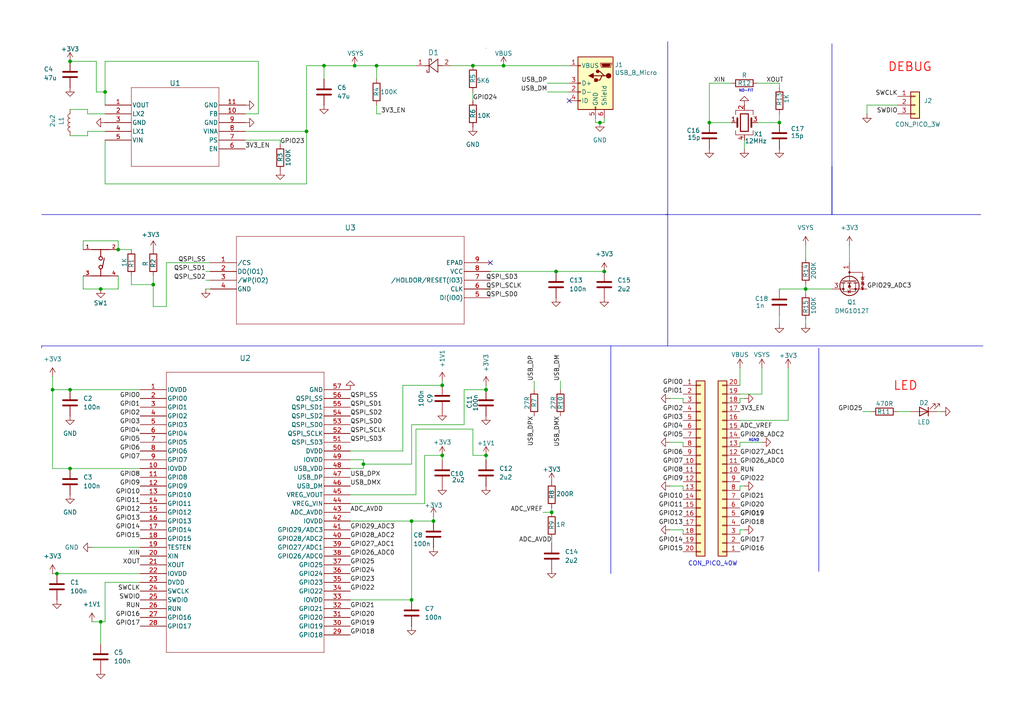
<source format=kicad_sch>
(kicad_sch (version 20250114) (generator "eeschema") (generator_version "9.0")
  (paper "A4")
  (title_block (title "PICO BOARD v2") (date "2025-02-10") (rev "V2.0") (company "Akash Sridhar"))
  (text "LED" (at 262.636 112.014 0) (effects (font (size 2.54 2.54) (thickness 0.254) (bold yes))))
  (text "CON_PICO_40W\n" (at 206.756 163.576 0) (effects (font (size 1.27 1.27))))
  (text "AGND\n" (at 218.694 127.762 0) (effects (font (size 0.762 0.762))))
  (text "DEBUG\n" (at 263.906 19.558 0) (effects (font (size 2.54 2.54) (thickness 0.254) (bold yes))))
  (text "NO-FIT" (at 216.408 26.416 0) (effects (font (size 0.762 0.762))))
  (junction (at 93.98 19.05))
  (junction (at 128.27 132.08))
  (junction (at 173.99 35.56))
  (junction (at 88.9 38.1))
  (junction (at 140.97 113.03))
  (junction (at 119.38 151.13))
  (junction (at 175.26 78.74))
  (junction (at 119.38 173.99))
  (junction (at 16.51 166.37))
  (junction (at 29.21 83.82))
  (junction (at 44.45 82.55))
  (junction (at 140.97 132.08))
  (junction (at 20.32 135.89))
  (junction (at 20.32 113.03))
  (junction (at 146.05 19.05))
  (junction (at 226.06 35.56))
  (junction (at 15.24 113.03))
  (junction (at 20.32 17.78))
  (junction (at 29.21 180.34))
  (junction (at 34.29 72.39))
  (junction (at 137.16 19.05))
  (junction (at 30.48 26.67))
  (junction (at 128.27 111.76))
  (junction (at 105.41 134.62))
  (junction (at 102.87 19.05))
  (junction (at 161.29 78.74))
  (junction (at 125.73 151.13))
  (junction (at 205.74 35.56))
  (junction (at 233.68 83.82))
  (junction (at 160.02 148.59))
  (junction (at 109.22 19.05))
  (no_connect (at 165.1 29.21))
  (no_connect (at 142.24 76.2))
  (wire (pts (xy 137.16 124.46) (xy 137.16 132.08)))
  (wire (pts (xy 233.68 83.82) (xy 241.3 83.82)))
  (wire (pts (xy 119.38 151.13) (xy 125.73 151.13)))
  (wire (pts (xy 119.38 123.19) (xy 134.62 123.19)))
  (wire (pts (xy 123.19 132.08) (xy 128.27 132.08)))
  (wire (pts (xy 48.26 88.9) (xy 48.26 76.2)))
  (wire (pts (xy 251.46 30.48) (xy 260.35 30.48)))
  (wire (pts (xy 38.1 80.01) (xy 38.1 82.55)))
  (polyline (pts (xy 241.3 12.7) (xy 241.3 62.23)))
  (wire (pts (xy 16.51 166.37) (xy 40.64 166.37)))
  (wire (pts (xy 44.45 88.9) (xy 48.26 88.9)))
  (polyline (pts (xy 241.3 62.23) (xy 241.3 48.26)))
  (wire (pts (xy 71.12 40.64) (xy 81.28 40.64)))
  (wire (pts (xy 26.67 158.75) (xy 40.64 158.75)))
  (wire (pts (xy 30.48 33.02) (xy 25.4 33.02)))
  (wire (pts (xy 260.35 119.38) (xy 264.16 119.38)))
  (wire (pts (xy 25.4 39.37) (xy 25.4 38.1)))
  (wire (pts (xy 30.48 40.64) (xy 30.48 53.34)))
  (wire (pts (xy 101.6 133.35) (xy 105.41 133.35)))
  (wire (pts (xy 175.26 35.56) (xy 173.99 35.56)))
  (wire (pts (xy 140.97 111.76) (xy 140.97 113.03)))
  (wire (pts (xy 205.74 35.56) (xy 212.09 35.56)))
  (wire (pts (xy 15.24 109.22) (xy 15.24 113.03)))
  (wire (pts (xy 102.87 19.05) (xy 109.22 19.05)))
  (wire (pts (xy 120.65 143.51) (xy 120.65 124.46)))
  (wire (pts (xy 44.45 82.55) (xy 44.45 88.9)))
  (wire (pts (xy 38.1 72.39) (xy 34.29 72.39)))
  (wire (pts (xy 128.27 111.76) (xy 128.27 110.49)))
  (wire (pts (xy 154.94 113.03) (xy 154.94 110.49)))
  (wire (pts (xy 27.94 17.78) (xy 27.94 26.67)))
  (wire (pts (xy 25.4 38.1) (xy 30.48 38.1)))
  (wire (pts (xy 214.63 142.24) (xy 214.63 140.97)))
  (wire (pts (xy 44.45 80.01) (xy 44.45 82.55)))
  (wire (pts (xy 214.63 115.57) (xy 215.9 115.57)))
  (wire (pts (xy 71.12 33.02) (xy 74.93 33.02)))
  (wire (pts (xy 228.6 106.68) (xy 228.6 121.92)))
  (wire (pts (xy 226.06 24.13) (xy 219.71 24.13)))
  (wire (pts (xy 125.73 151.13) (xy 125.73 149.86)))
  (wire (pts (xy 194.31 140.97) (xy 198.12 140.97)))
  (wire (pts (xy 48.26 76.2) (xy 60.96 76.2)))
  (wire (pts (xy 172.72 35.56) (xy 173.99 35.56)))
  (wire (pts (xy 119.38 134.62) (xy 119.38 123.19)))
  (wire (pts (xy 142.24 83.82) (xy 140.97 83.82)))
  (wire (pts (xy 220.98 106.68) (xy 220.98 114.3)))
  (wire (pts (xy 250.19 119.38) (xy 252.73 119.38)))
  (wire (pts (xy 214.63 129.54) (xy 214.63 128.27)))
  (wire (pts (xy 214.63 153.67) (xy 215.9 153.67)))
  (wire (pts (xy 198.12 115.57) (xy 194.31 115.57)))
  (wire (pts (xy 130.81 19.05) (xy 137.16 19.05)))
  (wire (pts (xy 214.63 154.94) (xy 214.63 153.67)))
  (wire (pts (xy 142.24 81.28) (xy 140.97 81.28)))
  (wire (pts (xy 74.93 17.78) (xy 30.48 17.78)))
  (wire (pts (xy 93.98 22.86) (xy 93.98 19.05)))
  (wire (pts (xy 20.32 39.37) (xy 25.4 39.37)))
  (wire (pts (xy 40.64 135.89) (xy 20.32 135.89)))
  (wire (pts (xy 146.05 19.05) (xy 165.1 19.05)))
  (wire (pts (xy 60.96 83.82) (xy 59.69 83.82)))
  (wire (pts (xy 88.9 38.1) (xy 88.9 19.05)))
  (wire (pts (xy 205.74 24.13) (xy 212.09 24.13)))
  (wire (pts (xy 26.67 180.34) (xy 29.21 180.34)))
  (wire (pts (xy 30.48 168.91) (xy 30.48 180.34)))
  (wire (pts (xy 233.68 82.55) (xy 233.68 83.82)))
  (wire (pts (xy 271.78 119.38) (xy 273.05 119.38)))
  (polyline (pts (xy 12.065 100.33) (xy 12.065 100.965)))
  (wire (pts (xy 25.4 31.75) (xy 25.4 33.02)))
  (wire (pts (xy 128.27 132.08) (xy 128.27 133.35)))
  (wire (pts (xy 15.24 113.03) (xy 20.32 113.03)))
  (wire (pts (xy 214.63 116.84) (xy 214.63 115.57)))
  (wire (pts (xy 20.32 31.75) (xy 25.4 31.75)))
  (wire (pts (xy 101.6 130.81) (xy 116.84 130.81)))
  (wire (pts (xy 116.84 111.76) (xy 128.27 111.76)))
  (wire (pts (xy 214.63 128.27) (xy 220.98 128.27)))
  (wire (pts (xy 24.13 69.85) (xy 34.29 69.85)))
  (wire (pts (xy 27.94 17.78) (xy 20.32 17.78)))
  (wire (pts (xy 109.22 19.05) (xy 120.65 19.05)))
  (wire (pts (xy 15.24 135.89) (xy 15.24 113.03)))
  (polyline (pts (xy 241.3 62.23) (xy 193.04 62.23)))
  (wire (pts (xy 140.97 132.08) (xy 140.97 133.35)))
  (wire (pts (xy 160.02 147.32) (xy 160.02 148.59)))
  (wire (pts (xy 29.21 180.34) (xy 29.21 186.69)))
  (polyline (pts (xy 241.3 62.23) (xy 284.48 62.23)))
  (wire (pts (xy 157.48 148.59) (xy 160.02 148.59)))
  (wire (pts (xy 105.41 134.62) (xy 105.41 133.35)))
  (wire (pts (xy 175.26 34.29) (xy 175.26 35.56)))
  (wire (pts (xy 172.72 34.29) (xy 172.72 35.56)))
  (wire (pts (xy 219.71 35.56) (xy 226.06 35.56)))
  (wire (pts (xy 74.93 33.02) (xy 74.93 17.78)))
  (wire (pts (xy 81.28 40.64) (xy 81.28 41.91)))
  (polyline (pts (xy 237.49 100.965) (xy 237.49 165.735)))
  (wire (pts (xy 105.41 134.62) (xy 119.38 134.62)))
  (wire (pts (xy 226.06 83.82) (xy 233.68 83.82)))
  (wire (pts (xy 27.94 26.67) (xy 30.48 26.67)))
  (wire (pts (xy 88.9 38.1) (xy 88.9 53.34)))
  (wire (pts (xy 214.63 114.3) (xy 220.98 114.3)))
  (wire (pts (xy 226.06 91.44) (xy 226.06 93.98)))
  (polyline (pts (xy 193.675 61.595) (xy 193.675 100.33)))
  (wire (pts (xy 226.06 25.4) (xy 226.06 24.13)))
  (wire (pts (xy 101.6 135.89) (xy 105.41 135.89)))
  (wire (pts (xy 215.9 43.18) (xy 215.9 40.64)))
  (wire (pts (xy 233.68 92.71) (xy 233.68 93.98)))
  (wire (pts (xy 214.63 106.68) (xy 214.63 111.76)))
  (wire (pts (xy 134.62 123.19) (xy 134.62 113.03)))
  (wire (pts (xy 29.21 180.34) (xy 30.48 180.34)))
  (wire (pts (xy 162.56 113.03) (xy 162.56 110.49)))
  (wire (pts (xy 246.38 71.12) (xy 246.38 76.2)))
  (wire (pts (xy 93.98 19.05) (xy 102.87 19.05)))
  (wire (pts (xy 251.46 33.02) (xy 251.46 30.48)))
  (wire (pts (xy 233.68 83.82) (xy 233.68 85.09)))
  (wire (pts (xy 105.41 135.89) (xy 105.41 134.62)))
  (wire (pts (xy 198.12 153.67) (xy 198.12 154.94)))
  (wire (pts (xy 34.29 69.85) (xy 34.29 72.39)))
  (wire (pts (xy 101.6 146.05) (xy 123.19 146.05)))
  (polyline (pts (xy 193.675 100.33) (xy 12.065 100.33)))
  (wire (pts (xy 205.74 24.13) (xy 205.74 35.56)))
  (wire (pts (xy 119.38 151.13) (xy 119.38 173.99)))
  (wire (pts (xy 20.32 113.03) (xy 40.64 113.03)))
  (wire (pts (xy 30.48 53.34) (xy 88.9 53.34)))
  (wire (pts (xy 134.62 113.03) (xy 140.97 113.03)))
  (wire (pts (xy 160.02 156.21) (xy 160.02 157.48)))
  (wire (pts (xy 194.31 153.67) (xy 198.12 153.67)))
  (wire (pts (xy 24.13 72.39) (xy 24.13 69.85)))
  (wire (pts (xy 158.75 26.67) (xy 165.1 26.67)))
  (wire (pts (xy 198.12 140.97) (xy 198.12 142.24)))
  (wire (pts (xy 34.29 80.01) (xy 34.29 83.82)))
  (wire (pts (xy 158.75 24.13) (xy 165.1 24.13)))
  (wire (pts (xy 116.84 130.81) (xy 116.84 111.76)))
  (wire (pts (xy 101.6 143.51) (xy 120.65 143.51)))
  (wire (pts (xy 71.12 38.1) (xy 88.9 38.1)))
  (polyline (pts (xy 12.065 62.23) (xy 193.675 62.23)))
  (wire (pts (xy 109.22 22.86) (xy 109.22 19.05)))
  (wire (pts (xy 142.24 78.74) (xy 161.29 78.74)))
  (wire (pts (xy 109.22 33.02) (xy 110.49 33.02)))
  (wire (pts (xy 194.31 128.27) (xy 198.12 128.27)))
  (polyline (pts (xy 140.97 13.97) (xy 140.97 13.97)))
  (wire (pts (xy 30.48 168.91) (xy 40.64 168.91)))
  (wire (pts (xy 60.96 81.28) (xy 59.69 81.28)))
  (wire (pts (xy 214.63 140.97) (xy 215.9 140.97)))
  (wire (pts (xy 20.32 135.89) (xy 15.24 135.89)))
  (wire (pts (xy 24.13 83.82) (xy 24.13 80.01)))
  (polyline (pts (xy 177.165 100.33) (xy 177.165 166.37)))
  (wire (pts (xy 198.12 128.27) (xy 198.12 129.54)))
  (wire (pts (xy 233.68 71.12) (xy 233.68 74.93)))
  (polyline (pts (xy 193.675 12.065) (xy 193.675 62.23)))
  (wire (pts (xy 142.24 86.36) (xy 140.97 86.36)))
  (wire (pts (xy 137.16 19.05) (xy 146.05 19.05)))
  (wire (pts (xy 44.45 82.55) (xy 38.1 82.55)))
  (wire (pts (xy 30.48 26.67) (xy 30.48 30.48)))
  (wire (pts (xy 198.12 116.84) (xy 198.12 115.57)))
  (wire (pts (xy 226.06 33.02) (xy 226.06 35.56)))
  (wire (pts (xy 88.9 19.05) (xy 93.98 19.05)))
  (wire (pts (xy 101.6 151.13) (xy 119.38 151.13)))
  (wire (pts (xy 60.96 78.74) (xy 59.69 78.74)))
  (polyline (pts (xy 193.675 100.33) (xy 285.115 100.33)))
  (wire (pts (xy 30.48 17.78) (xy 30.48 26.67)))
  (wire (pts (xy 228.6 121.92) (xy 214.63 121.92)))
  (wire (pts (xy 120.65 124.46) (xy 137.16 124.46)))
  (wire (pts (xy 123.19 146.05) (xy 123.19 132.08)))
  (wire (pts (xy 34.29 83.82) (xy 29.21 83.82)))
  (wire (pts (xy 161.29 78.74) (xy 175.26 78.74)))
  (wire (pts (xy 109.22 33.02) (xy 109.22 30.48)))
  (wire (pts (xy 29.21 83.82) (xy 24.13 83.82)))
  (wire (pts (xy 15.24 166.37) (xy 16.51 166.37)))
  (wire (pts (xy 137.16 26.67) (xy 137.16 29.21)))
  (wire (pts (xy 101.6 173.99) (xy 119.38 173.99)))
  (wire (pts (xy 137.16 132.08) (xy 140.97 132.08)))
  (label "USB_DP" (at 158.75 24.13 180))
  (label "3V3_EN" (at 110.49 33.02 0))
  (label "GPIO7" (at 198.12 134.62 180))
  (label "ADC_AVDD" (at 101.6 148.59 0))
  (label "GPIO24" (at 137.16 29.21 0))
  (label "QSPI_SS" (at 59.69 76.2 180))
  (label "GPIO22" (at 214.63 139.7 0))
  (label "RUN" (at 40.64 176.53 180))
  (label "GPIO12" (at 198.12 149.86 180))
  (label "GPIO29_ADC3" (at 251.46 83.82 0))
  (label "GPIO10" (at 198.12 144.78 180))
  (label "USB_DM" (at 158.75 26.67 180))
  (label "GPIO27_ADC1" (at 214.63 132.08 0))
  (label "QSPI_SD0" (at 101.6 123.19 0))
  (label "GPIO4" (at 198.12 124.46 180))
  (label "3V3_EN" (at 214.63 119.38 0))
  (label "GPIO28_ADC2" (at 214.63 127 0))
  (label "GPIO17" (at 214.63 157.48 0))
  (label "USB_DPX" (at 154.94 120.65 270))
  (label "USB_DMX" (at 162.56 120.65 270))
  (label "GPIO19" (at 214.63 149.86 0))
  (label "GPIO5" (at 40.64 128.27 180))
  (label "GPIO25" (at 250.19 119.38 180))
  (label "QSPI_SD2" (at 101.6 120.65 0))
  (label "SWDIO" (at 260.35 33.02 180))
  (label "GPIO20" (at 101.6 179.07 0))
  (label "GPIO21" (at 101.6 176.53 0))
  (label "GPIO16" (at 40.64 179.07 180))
  (label "QSPI_SD1" (at 59.69 78.74 180))
  (label "RUN" (at 214.63 137.16 0))
  (label "GPIO26_ADC0" (at 214.63 134.62 0))
  (label "USB_DP" (at 154.94 110.49 90))
  (label "GPIO13" (at 40.64 151.13 180))
  (label "XIN" (at 207.01 24.13 0))
  (label "XIN" (at 40.64 161.29 180))
  (label "GPIO15" (at 198.12 160.02 180))
  (label "GPIO23" (at 81.28 41.91 0))
  (label "GPIO18" (at 214.63 152.4 0))
  (label "USB_DMX" (at 101.6 140.97 0))
  (label "XOUT" (at 40.64 163.83 180))
  (label "SWCLK" (at 40.64 171.45 180))
  (label "SWDIO" (at 40.64 173.99 180))
  (label "GPIO25" (at 101.6 163.83 0))
  (label "USB_DPX" (at 101.6 138.43 0))
  (label "GPIO19" (at 101.6 181.61 0))
  (label "QSPI_SD3" (at 101.6 128.27 0))
  (label "QSPI_SD0" (at 140.97 86.36 0))
  (label "GPIO17" (at 40.64 181.61 180))
  (label "GPIO14" (at 198.12 157.48 180))
  (label "GPIO5" (at 198.12 127 180))
  (label "GPIO0" (at 40.64 115.57 180))
  (label "GPIO6" (at 40.64 130.81 180))
  (label "GPIO7" (at 40.64 133.35 180))
  (label "GPIO23" (at 101.6 168.91 0))
  (label "GPIO22" (at 101.6 171.45 0))
  (label "GPIO3" (at 198.12 121.92 180))
  (label "GPIO11" (at 40.64 146.05 180))
  (label "ADC_VREF" (at 157.48 148.59 180))
  (label "GPIO8" (at 40.64 138.43 180))
  (label "USB_DM" (at 162.56 110.49 90))
  (label "GPIO0" (at 198.12 111.76 180))
  (label "GPIO15" (at 40.64 156.21 180))
  (label "GPIO27_ADC1" (at 101.6 158.75 0))
  (label "GPIO24" (at 101.6 166.37 0))
  (label "GPIO2" (at 40.64 120.65 180))
  (label "GPIO10" (at 40.64 143.51 180))
  (label "SWCLK" (at 260.35 27.94 180))
  (label "GPIO12" (at 40.64 148.59 180))
  (label "ADC_AVDD" (at 160.02 157.48 180))
  (label "GPIO29_ADC3" (at 101.6 153.67 0))
  (label "QSPI_SCLK" (at 101.6 125.73 0))
  (label "GPIO18" (at 101.6 184.15 0))
  (label "GPIO9" (at 40.64 140.97 180))
  (label "QSPI_SS" (at 101.6 115.57 0))
  (label "QSPI_SD3" (at 140.97 81.28 0))
  (label "GPIO26_ADC0" (at 101.6 161.29 0))
  (label "QSPI_SD2" (at 59.69 81.28 180))
  (label "GPIO13" (at 198.12 152.4 180))
  (label "GPIO1" (at 198.12 114.3 180))
  (label "GPIO19" (at 214.63 149.86 0))
  (label "GPIO14" (at 40.64 153.67 180))
  (label "3V3_EN" (at 71.12 43.18 0))
  (label "GPIO2" (at 198.12 119.38 180))
  (label "GPIO8" (at 198.12 137.16 180))
  (label "GPIO16" (at 214.63 160.02 0))
  (label "QSPI_SD1" (at 101.6 118.11 0))
  (label "ADC_VREF" (at 214.63 124.46 0))
  (label "GPIO1" (at 40.64 118.11 180))
  (label "GPIO4" (at 40.64 125.73 180))
  (label "GPIO20" (at 214.63 147.32 0))
  (label "GPIO21" (at 214.63 144.78 0))
  (label "XOUT" (at 222.25 24.13 0))
  (label "GPIO9" (at 198.12 139.7 180))
  (label "GPIO11" (at 198.12 147.32 180))
  (label "GPIO6" (at 198.12 132.08 180))
  (label "GPIO28_ADC2" (at 101.6 156.21 0))
  (label "GPIO3" (at 40.64 123.19 180))
  (label "QSPI_SCLK" (at 140.97 83.82 0))
  (symbol (lib_id "Device:C") (at 16.51 170.18 0) (unit 1)
    (property "Reference" "C1" (at 20.32 168.9099 0) (effects (justify left)))
    (property "Value" "100n" (at 20.32 171.4499 0) (effects (justify left)))
    (property "Footprint" "Capacitor_SMD:C_0201_0603Metric" (effects (hide yes)))
    (property "Description" "Unpolarized capacitor" (effects (hide yes)))
    (property "Digikey Part#" "CL03A104KQ3NNNC" (effects (hide yes)))
    (property "Digikey URL" "https://www.digikey.in/en/products/detail/samsung-electro-mechanics/CL03A104KQ3NNNC/3886671" (effects (hide yes)))
  )
  (symbol (lib_id "Device:C") (at 140.97 137.16 0) (unit 1)
    (property "Reference" "C12" (at 144.78 135.8899 0) (effects (justify left)))
    (property "Value" "2u2" (at 144.78 138.4299 0) (effects (justify left)))
    (property "Footprint" "Capacitor_SMD:C_0402_1005Metric" (effects (hide yes)))
    (property "Description" "Unpolarized capacitor" (effects (hide yes)))
    (property "Digikey Part#" "CL05A225MQ5NNNC" (effects (hide yes)))
    (property "Digikey URL" "https://www.digikey.in/en/products/detail/samsung-electro-mechanics/CL05A225MQ5NNNC/3887127" (effects (hide yes)))
  )
  (symbol (lib_id "Device:R") (at 160.02 143.51 0) (unit 1)
    (property "Reference" "R8" (at 160.02 144.78 90) (effects (justify left)))
    (property "Value" "200R" (at 161.29 143.256 0) (effects (justify left)))
    (property "Footprint" "Resistor_SMD:R_0603_1608Metric" (effects (hide yes)))
    (property "Description" "Resistor" (effects (hide yes)))
    (property "Digikey Part#" "CRCW0603200RFKEAC" (effects (hide yes)))
    (property "Digikey URL" "https://www.digikey.in/en/products/detail/vishay-dale/CRCW0603200RFKEAC/7928457" (effects (hide yes)))
  )
  (symbol (lib_id "power:GND") (at 194.31 140.97 270) (unit 1)
    (property "Reference" "#PWR048" (effects (hide yes)))
    (property "Value" "GND" (effects (hide yes)))
    (property "Description" "Power symbol creates a global label with name \"GND\" , ground" (effects (hide yes)))
  )
  (symbol (lib_id "power:GND") (at 160.02 165.1 0) (unit 1)
    (property "Reference" "#PWR035" (effects (hide yes)))
    (property "Value" "GND" (effects (hide yes)))
    (property "Description" "Power symbol creates a global label with name \"GND\" , ground" (effects (hide yes)))
  )
  (symbol (lib_id "Transistor_FET:DMG1012T") (at 246.38 81.28 90) (mirror x) (unit 1)
    (property "Reference" "Q1" (at 247.0785 87.63 90))
    (property "Value" "DMG1012T" (at 247.0785 90.17 90))
    (property "Footprint" "Package_TO_SOT_SMD:SOT-523" (effects (hide yes)))
    (property "Datasheet" "https://www.diodes.com/assets/Datasheets/ds31783.pdf" (effects (hide yes)))
    (property "Description" "20V Vds, 0.63 Id, N-Channel MOSFET with ESD protection, SOT-523" (effects (hide yes)))
    (property "Digikey Part#" "DMG1012T-7" (effects (hide yes)))
    (property "Digikey URL" "https://www.digikey.in/en/products/detail/diodes-incorporated/DMG1012T-7/2174582" (effects (hide yes)))
  )
  (symbol (lib_id "power:GND") (at 215.9 30.48 180) (unit 1)
    (property "Reference" "#PWR041" (effects (hide yes)))
    (property "Value" "GND" (effects (hide yes)))
    (property "Description" "Power symbol creates a global label with name \"GND\" , ground" (effects (hide yes)))
  )
  (symbol (lib_id "power:GND") (at 81.28 49.53 0) (unit 1)
    (property "Reference" "#PWR016" (effects (hide yes)))
    (property "Value" "GND" (effects (hide yes)))
    (property "Description" "Power symbol creates a global label with name \"GND\" , ground" (effects (hide yes)))
  )
  (symbol (lib_id "power:GND") (at 29.21 83.82 0) (unit 1)
    (property "Reference" "#PWR06" (effects (hide yes)))
    (property "Value" "GND" (effects (hide yes)))
    (property "Description" "Power symbol creates a global label with name \"GND\" , ground" (effects (hide yes)))
  )
  (symbol (lib_id "power:GND") (at 140.97 140.97 0) (unit 1)
    (property "Reference" "#PWR031" (effects (hide yes)))
    (property "Value" "GND" (effects (hide yes)))
    (property "Description" "Power symbol creates a global label with name \"GND\" , ground" (effects (hide yes)))
  )
  (symbol (lib_id "power:GND") (at 30.48 35.56 270) (unit 1)
    (property "Reference" "#PWR012" (effects (hide yes)))
    (property "Value" "GND" (effects (hide yes)))
    (property "Description" "Power symbol creates a global label with name \"GND\" , ground" (effects (hide yes)))
  )
  (symbol (lib_id "power:GND") (at 20.32 120.65 0) (unit 1)
    (property "Reference" "#PWR04" (effects (hide yes)))
    (property "Value" "GND" (at 20.32 125.73 0))
    (property "Description" "Power symbol creates a global label with name \"GND\" , ground" (effects (hide yes)))
  )
  (symbol (lib_id "Device:C") (at 125.73 154.94 0) (unit 1)
    (property "Reference" "C8" (at 119.888 155.194 0) (effects (justify left)))
    (property "Value" "100n" (at 119.888 157.734 0) (effects (justify left)))
    (property "Footprint" "Capacitor_SMD:C_0201_0603Metric" (effects (hide yes)))
    (property "Description" "Unpolarized capacitor" (effects (hide yes)))
    (property "Digikey Part#" "CL03A104KQ3NNNC" (effects (hide yes)))
    (property "Digikey URL" "https://www.digikey.in/en/products/detail/samsung-electro-mechanics/CL03A104KQ3NNNC/3886671" (effects (hide yes)))
  )
  (symbol (lib_id "power:GND") (at 71.12 35.56 90) (unit 1)
    (property "Reference" "#PWR015" (effects (hide yes)))
    (property "Value" "GND" (effects (hide yes)))
    (property "Description" "Power symbol creates a global label with name \"GND\" , ground" (effects (hide yes)))
  )
  (symbol (lib_id "power:GND") (at 128.27 119.38 0) (unit 1)
    (property "Reference" "#PWR024" (effects (hide yes)))
    (property "Value" "GND" (effects (hide yes)))
    (property "Description" "Power symbol creates a global label with name \"GND\" , ground" (effects (hide yes)))
  )
  (symbol (lib_id "power:GND") (at 59.69 83.82 0) (unit 1)
    (property "Reference" "#PWR014" (effects (hide yes)))
    (property "Value" "GND" (effects (hide yes)))
    (property "Description" "Power symbol creates a global label with name \"GND\" , ground" (effects (hide yes)))
  )
  (symbol (lib_id "power:GND") (at 140.97 120.65 0) (unit 1)
    (property "Reference" "#PWR029" (effects (hide yes)))
    (property "Value" "GND" (effects (hide yes)))
    (property "Description" "Power symbol creates a global label with name \"GND\" , ground" (effects (hide yes)))
  )
  (symbol (lib_id "Device:C") (at 205.74 39.37 0) (unit 1)
    (property "Reference" "C16" (at 199.136 37.846 0) (effects (justify left)))
    (property "Value" "15p" (at 199.39 39.878 0) (effects (justify left)))
    (property "Footprint" "Capacitor_SMD:C_0201_0603Metric" (effects (hide yes)))
    (property "Description" "Unpolarized capacitor" (effects (hide yes)))
    (property "Digikey Part#" "GRM0335C1E150JA01D" (effects (hide yes)))
    (property "Digikey URL" "https://www.digikey.in/en/products/detail/murata-electronics/GRM0335C1E150JA01D/4358179" (effects (hide yes)))
  )
  (symbol (lib_id "power:+3V3") (at 160.02 139.7 0) (unit 1)
    (property "Reference" "#PWR034" (effects (hide yes)))
    (property "Value" "+3V3" (at 160.02 136.144 0))
    (property "Description" "Power symbol creates a global label with name \"+3V3\"" (effects (hide yes)))
  )
  (symbol (lib_id "myLibrary:434133025816") (at 29.21 77.47 0) (mirror y) (unit 1)
    (property "Reference" "SW1" (at 29.21 87.884 0))
    (property "Value" "434133025816" (effects (hide yes)))
    (property "Footprint" "myLibrary:434133025816" (effects (hide yes)))
    (property "HEIGHT" "2.5mm" (effects (hide yes)))
    (property "DATASHEET-URL" "https://www.we-online.com/redexpert/spec/434133025816?ae" (effects (hide yes)))
    (property "PART-NUMBER" "434133025816" (effects (hide yes)))
    (property "OPERATION-FORCE" "160g" (effects (hide yes)))
    (property "QTY" "2900" (effects (hide yes)))
    (property "Digikey Part#" "434133025816" (effects (hide yes)))
    (property "Digikey URL" "https://www.digikey.in/en/products/detail/w%C3%BCrth-elektronik/434133025816/9950810" (effects (hide yes)))
  )
  (symbol (lib_id "power:GND") (at 205.74 43.18 0) (unit 1)
    (property "Reference" "#PWR039" (effects (hide yes)))
    (property "Value" "GND" (effects (hide yes)))
    (property "Description" "Power symbol creates a global label with name \"GND\" , ground" (effects (hide yes)))
  )
  (symbol (lib_id "power:VBUS") (at 102.87 19.05 0) (unit 1)
    (property "Reference" "#PWR019" (effects (hide yes)))
    (property "Value" "VSYS" (at 103.124 15.494 0))
    (property "Description" "Power symbol creates a global label with name \"VBUS\"" (effects (hide yes)))
  )
  (symbol (lib_id "power:+3V3") (at 140.97 111.76 0) (unit 1)
    (property "Reference" "#PWR028" (effects (hide yes)))
    (property "Value" "+3V3" (at 140.9699 107.95 90) (effects (justify left)))
    (property "Description" "Power symbol creates a global label with name \"+3V3\"" (effects (hide yes)))
  )
  (symbol (lib_id "power:+3V3") (at 228.6 106.68 0) (unit 1)
    (property "Reference" "#PWR059" (effects (hide yes)))
    (property "Value" "+3V3" (at 228.6 103.124 0))
    (property "Description" "Power symbol creates a global label with name \"+3V3\"" (effects (hide yes)))
  )
  (symbol (lib_id "Device:R") (at 162.56 116.84 180) (unit 1)
    (property "Reference" "R10" (at 162.56 116.84 90))
    (property "Value" "27R" (at 160.528 116.84 90))
    (property "Footprint" "Resistor_SMD:R_0201_0603Metric" (effects (hide yes)))
    (property "Description" "Resistor" (effects (hide yes)))
    (property "Digikey Part#" "RK73H1ETTP27R0F" (effects (hide yes)))
    (property "Digikey URL" "http://digikey.in/en/products/detail/koa-speer-electronics-inc/RK73H1ETTP27R0F/9844533" (effects (hide yes)))
  )
  (symbol (lib_id "Device:C") (at 226.06 87.63 0) (unit 1)
    (property "Reference" "C18" (at 218.948 86.614 0) (effects (justify left)))
    (property "Value" "1n" (at 219.202 88.646 0) (effects (justify left)))
    (property "Footprint" "Capacitor_SMD:C_0201_0603Metric" (effects (hide yes)))
    (property "Description" "Unpolarized capacitor" (effects (hide yes)))
    (property "Digikey Part#" "KGM05AR70J102MH" (effects (hide yes)))
    (property "Digikey URL" "https://www.digikey.in/en/products/detail/kyocera-avx/KGM05AR70J102MH/3080047" (effects (hide yes)))
  )
  (symbol (lib_id "power:GND") (at 16.51 173.99 0) (unit 1)
    (property "Reference" "#PWR03" (effects (hide yes)))
    (property "Value" "GND" (effects (hide yes)))
    (property "Description" "Power symbol creates a global label with name \"GND\" , ground" (effects (hide yes)))
  )
  (symbol (lib_id "power:+3V3") (at 128.27 132.08 0) (unit 1)
    (property "Reference" "#PWR025" (effects (hide yes)))
    (property "Value" "+3V3" (at 128.27 128.27 0))
    (property "Description" "Power symbol creates a global label with name \"+3V3\"" (effects (hide yes)))
  )
  (symbol (lib_id "power:GND") (at 101.6 113.03 180) (unit 1)
    (property "Reference" "#PWR018" (effects (hide yes)))
    (property "Value" "GND" (effects (hide yes)))
    (property "Description" "Power symbol creates a global label with name \"GND\" , ground" (effects (hide yes)))
  )
  (symbol (lib_id "power:GND") (at 93.98 30.48 0) (unit 1)
    (property "Reference" "#PWR017" (effects (hide yes)))
    (property "Value" "GND" (effects (hide yes)))
    (property "Description" "Power symbol creates a global label with name \"GND\" , ground" (effects (hide yes)))
  )
  (symbol (lib_id "Device:C") (at 128.27 137.16 0) (unit 1)
    (property "Reference" "C10" (at 130.556 137.414 0) (effects (justify left)))
    (property "Value" "2u2" (at 131.064 139.192 0) (effects (justify left)))
    (property "Footprint" "Capacitor_SMD:C_0402_1005Metric" (effects (hide yes)))
    (property "Description" "Unpolarized capacitor" (effects (hide yes)))
    (property "Digikey Part#" "CL05A225MQ5NNNC" (effects (hide yes)))
    (property "Digikey URL" "https://www.digikey.in/en/products/detail/samsung-electro-mechanics/CL05A225MQ5NNNC/3887127" (effects (hide yes)))
  )
  (symbol (lib_id "Device:R") (at 226.06 29.21 180) (unit 1)
    (property "Reference" "R13" (at 226.06 30.734 90) (effects (justify right)))
    (property "Value" "1K" (at 228.092 29.972 90) (effects (justify right)))
    (property "Footprint" "Resistor_SMD:R_0402_1005Metric" (effects (hide yes)))
    (property "Description" "Resistor" (effects (hide yes)))
    (property "Digikey Part#" "RK73H1ETTP1001F" (effects (hide yes)))
    (property "Digikey URL" "https://www.digikey.in/en/products/detail/koa-speer-electronics-inc/RK73H1ETTP1001F/9844155" (effects (hide yes)))
  )
  (symbol (lib_id "power:+3V3") (at 15.24 166.37 0) (unit 1)
    (property "Reference" "#PWR02" (effects (hide yes)))
    (property "Value" "+3V3" (at 15.24 161.29 0))
    (property "Description" "Power symbol creates a global label with name \"+3V3\"" (effects (hide yes)))
  )
  (symbol (lib_id "power:GND") (at 220.98 128.27 90) (unit 1)
    (property "Reference" "#PWR058" (effects (hide yes)))
    (property "Value" "GND" (effects (hide yes)))
    (property "Description" "Power symbol creates a global label with name \"GND\" , ground" (effects (hide yes)))
  )
  (symbol (lib_id "power:GND") (at 71.12 30.48 90) (unit 1)
    (property "Reference" "#PWR060" (effects (hide yes)))
    (property "Value" "GND" (effects (hide yes)))
    (property "Description" "Power symbol creates a global label with name \"GND\" , ground" (effects (hide yes)))
  )
  (symbol (lib_id "Device:R") (at 137.16 33.02 0) (unit 1)
    (property "Reference" "R6" (at 137.16 34.29 90) (effects (justify left)))
    (property "Value" "10K" (at 138.43 33.528 0) (effects (justify left)))
    (property "Footprint" "Resistor_SMD:R_0402_1005Metric" (effects (hide yes)))
    (property "Description" "Resistor" (effects (hide yes)))
    (property "Digikey Part#" "RK73H1ETTP1002F " (effects (hide yes)))
    (property "Digikey URL" "https://www.digikey.in/en/products/detail/koa-speer-electronics-inc/RK73H1ETTP1002F/9844154" (effects (hide yes)))
  )
  (symbol (lib_id "power:VBUS") (at 233.68 71.12 0) (unit 1)
    (property "Reference" "#PWR050" (effects (hide yes)))
    (property "Value" "VSYS" (at 233.68 66.04 0))
    (property "Description" "Power symbol creates a global label with name \"VBUS\"" (effects (hide yes)))
  )
  (symbol (lib_id "power:+1V1") (at 26.67 180.34 0) (unit 1)
    (property "Reference" "#PWR010" (effects (hide yes)))
    (property "Value" "+1V1" (at 26.67 175.26 0))
    (property "Description" "Power symbol creates a global label with name \"+1V1\"" (effects (hide yes)))
  )
  (symbol (lib_id "power:GND") (at 215.9 153.67 90) (unit 1)
    (property "Reference" "#PWR056" (effects (hide yes)))
    (property "Value" "GND" (effects (hide yes)))
    (property "Description" "Power symbol creates a global label with name \"GND\" , ground" (effects (hide yes)))
  )
  (symbol (lib_id "power:+3V3") (at 20.32 17.78 0) (unit 1)
    (property "Reference" "#PWR07" (effects (hide yes)))
    (property "Value" "+3V3" (at 20.32 14.224 0))
    (property "Description" "Power symbol creates a global label with name \"+3V3\"" (effects (hide yes)))
  )
  (symbol (lib_id "Device:C") (at 93.98 26.67 0) (unit 1)
    (property "Reference" "C6" (at 97.79 25.3999 0) (effects (justify left)))
    (property "Value" "47u" (at 97.79 27.9399 0) (effects (justify left)))
    (property "Footprint" "Capacitor_SMD:C_0805_2012Metric" (effects (hide yes)))
    (property "Description" "Unpolarized capacitor" (effects (hide yes)))
    (property "Digikey Part#" "CL21A476MQYNNNE" (effects (hide yes)))
    (property "Digikey URL" "https://www.digikey.in/en/products/detail/samsung-electro-mechanics/CL21A476MQYNNNE/3887510" (effects (hide yes)))
  )
  (symbol (lib_id "Connector_Generic:Conn_01x03") (at 265.43 30.48 0) (unit 1)
    (property "Reference" "J2" (at 267.97 29.2099 0) (effects (justify left)))
    (property "Value" "CON_PICO_3W" (at 259.588 36.068 0) (effects (justify left)))
    (property "Footprint" "myLibrary:3_pin_connector" (effects (hide yes)))
    (property "Description" "Generic connector, single row, 01x03, script generated (kicad-library-utils/schlib/autogen/connector/)" (effects (hide yes)))
  )
  (symbol (lib_id "Device:LED") (at 267.97 119.38 180) (unit 1)
    (property "Reference" "D2" (at 267.97 116.84 0))
    (property "Value" "LED" (at 267.97 122.428 0))
    (property "Footprint" "LED_SMD:LED_0402_1005Metric" (effects (hide yes)))
    (property "Description" "Light emitting diode" (effects (hide yes)))
    (property "Digikey Part#" "150040GS73240" (effects (hide yes)))
    (property "Digikey URL" "https://www.digikey.in/en/products/detail/w%C3%BCrth-elektronik/150040GS73240/8557155" (effects (hide yes)))
  )
  (symbol (lib_id "Connector_Generic:Conn_01x20") (at 203.2 134.62 0) (unit 1)
    (property "Reference" "J3" (effects (hide yes)))
    (property "Value" "Conn_01x20" (effects (hide yes)))
    (property "Footprint" "myLibrary:part_1_40_pin" (effects (hide yes)))
    (property "Description" "Generic connector, single row, 01x20, script generated (kicad-library-utils/schlib/autogen/connector/)" (effects (hide yes)))
  )
  (symbol (lib_id "power:VBUS") (at 146.05 19.05 0) (unit 1)
    (property "Reference" "#PWR032" (effects (hide yes)))
    (property "Value" "VBUS" (at 146.05 15.494 0))
    (property "Description" "Power symbol creates a global label with name \"VBUS\"" (effects (hide yes)))
  )
  (symbol (lib_id "Connector:USB_B_Micro") (at 172.72 24.13 0) (mirror y) (unit 1)
    (property "Reference" "J1" (at 178.308 18.796 0) (effects (justify right)))
    (property "Value" "USB_B_Micro" (at 178.308 21.082 0) (effects (justify right)))
    (property "Footprint" "Connector_USB:USB_Micro-B_Molex_47346-0001" (effects (hide yes)))
    (property "Description" "USB Micro Type B connector" (effects (hide yes)))
    (property "Digikey Part#" "0473460001" (effects (hide yes)))
    (property "Digikey URL" "https://www.digikey.in/en/products/detail/molex/0473460001/1782470" (effects (hide yes)))
  )
  (symbol (lib_id "Device:C") (at 175.26 82.55 0) (unit 1)
    (property "Reference" "C15" (at 179.07 81.2799 0) (effects (justify left)))
    (property "Value" "2u2" (at 179.07 83.8199 0) (effects (justify left)))
    (property "Footprint" "Capacitor_SMD:C_0402_1005Metric" (effects (hide yes)))
    (property "Description" "Unpolarized capacitor" (effects (hide yes)))
    (property "Digikey Part#" "CL05A225MQ5NNNC" (effects (hide yes)))
    (property "Digikey URL" "https://www.digikey.in/en/products/detail/samsung-electro-mechanics/CL05A225MQ5NNNC/3887127" (effects (hide yes)))
  )
  (symbol (lib_id "power:GND") (at 215.9 43.18 0) (unit 1)
    (property "Reference" "#PWR042" (effects (hide yes)))
    (property "Value" "GND" (effects (hide yes)))
    (property "Description" "Power symbol creates a global label with name \"GND\" , ground" (effects (hide yes)))
  )
  (symbol (lib_id "Device:L") (at 20.32 35.56 180) (unit 1)
    (property "Reference" "L1" (at 17.78 35.052 90))
    (property "Value" "2u2" (at 15.24 35.052 90))
    (property "Footprint" "Inductor_SMD:L_0402_1005Metric" (effects (hide yes)))
    (property "Description" "Inductor" (effects (hide yes)))
    (property "Digikey Part#" "MLZ1005M2R2WT000" (effects (hide yes)))
    (property "Digikey URL" "https://www.digikey.in/en/products/detail/tdk-corporation/MLZ1005M2R2WT000/2465140" (effects (hide yes)))
  )
  (symbol (lib_id "power:GND") (at 26.67 158.75 270) (unit 1)
    (property "Reference" "#PWR09" (effects (hide yes)))
    (property "Value" "GND" (at 22.86 158.7499 90) (effects (justify right)))
    (property "Description" "Power symbol creates a global label with name \"GND\" , ground" (effects (hide yes)))
  )
  (symbol (lib_id "power:+3V3") (at 15.24 109.22 0) (unit 1)
    (property "Reference" "#PWR01" (effects (hide yes)))
    (property "Value" "+3V3" (at 15.24 104.14 0))
    (property "Description" "Power symbol creates a global label with name \"+3V3\"" (effects (hide yes)))
  )
  (symbol (lib_id "Device:R") (at 81.28 45.72 0) (unit 1)
    (property "Reference" "R3" (at 81.28 46.99 90) (effects (justify left)))
    (property "Value" "100K" (at 83.566 48.26 90) (effects (justify left)))
    (property "Footprint" "Resistor_SMD:R_0402_1005Metric" (effects (hide yes)))
    (property "Description" "Resistor" (effects (hide yes)))
    (property "Digikey Part#" "RK73H1ETTP1003F" (effects (hide yes)))
    (property "Digikey URL" "https://www.digikey.in/en/products/detail/koa-speer-electronics-inc/RK73H1ETTP1003F/9844156" (effects (hide yes)))
  )
  (symbol (lib_id "Device:C") (at 161.29 82.55 0) (unit 1)
    (property "Reference" "C13" (at 165.1 81.2799 0) (effects (justify left)))
    (property "Value" "100n" (at 165.1 83.8199 0) (effects (justify left)))
    (property "Footprint" "Capacitor_SMD:C_0201_0603Metric" (effects (hide yes)))
    (property "Description" "Unpolarized capacitor" (effects (hide yes)))
    (property "Digikey Part#" "CL03A104KQ3NNNC" (effects (hide yes)))
    (property "Digikey URL" "https://www.digikey.in/en/products/detail/samsung-electro-mechanics/CL03A104KQ3NNNC/3886671" (effects (hide yes)))
  )
  (symbol (lib_id "power:GND") (at 20.32 25.4 0) (unit 1)
    (property "Reference" "#PWR08" (effects (hide yes)))
    (property "Value" "GND" (effects (hide yes)))
    (property "Description" "Power symbol creates a global label with name \"GND\" , ground" (effects (hide yes)))
  )
  (symbol (lib_id "power:GND") (at 137.16 36.83 0) (unit 1)
    (property "Reference" "#PWR027" (effects (hide yes)))
    (property "Value" "GND" (at 137.16 41.91 0))
    (property "Description" "Power symbol creates a global label with name \"GND\" , ground" (effects (hide yes)))
  )
  (symbol (lib_id "power:GND") (at 125.73 158.75 0) (unit 1)
    (property "Reference" "#PWR022" (effects (hide yes)))
    (property "Value" "GND" (effects (hide yes)))
    (property "Description" "Power symbol creates a global label with name \"GND\" , ground" (effects (hide yes)))
  )
  (symbol (lib_id "Device:C") (at 20.32 139.7 0) (unit 1)
    (property "Reference" "C3" (at 24.13 138.4299 0) (effects (justify left)))
    (property "Value" "100n" (at 24.13 140.9699 0) (effects (justify left)))
    (property "Footprint" "Capacitor_SMD:C_0201_0603Metric" (effects (hide yes)))
    (property "Description" "Unpolarized capacitor" (effects (hide yes)))
    (property "Digikey Part#" "CL03A104KQ3NNNC" (effects (hide yes)))
    (property "Digikey URL" "https://www.digikey.in/en/products/detail/samsung-electro-mechanics/CL03A104KQ3NNNC/3886671" (effects (hide yes)))
  )
  (symbol (lib_id "power:+3V3") (at 44.45 72.39 0) (mirror y) (unit 1)
    (property "Reference" "#PWR013" (effects (hide yes)))
    (property "Value" "+3V3" (at 43.688 68.072 0))
    (property "Description" "Power symbol creates a global label with name \"+3V3\"" (effects (hide yes)))
  )
  (symbol (lib_id "Device:R") (at 109.22 26.67 0) (unit 1)
    (property "Reference" "R4" (at 109.22 27.94 90) (effects (justify left)))
    (property "Value" "100K" (at 110.236 26.67 0) (effects (justify left)))
    (property "Footprint" "Resistor_SMD:R_0402_1005Metric" (effects (hide yes)))
    (property "Description" "Resistor" (effects (hide yes)))
    (property "Digikey Part#" "RK73H1ETTP1003F" (effects (hide yes)))
    (property "Digikey URL" "https://www.digikey.in/en/products/detail/koa-speer-electronics-inc/RK73H1ETTP1003F/9844156" (effects (hide yes)))
  )
  (symbol (lib_id "power:+1V1") (at 128.27 110.49 0) (unit 1)
    (property "Reference" "#PWR023" (effects (hide yes)))
    (property "Value" "+1V1" (at 128.2699 106.68 90) (effects (justify left)))
    (property "Description" "Power symbol creates a global label with name \"+1V1\"" (effects (hide yes)))
  )
  (symbol (lib_id "Device:R") (at 44.45 76.2 0) (mirror y) (unit 1)
    (property "Reference" "R2" (at 44.45 77.724 90) (effects (justify left)))
    (property "Value" "R" (at 42.164 77.216 90) (effects (justify left)))
    (property "Footprint" "Resistor_SMD:R_0402_1005Metric" (effects (hide yes)))
    (property "Description" "Resistor" (effects (hide yes)))
  )
  (symbol (lib_id "Device:R") (at 233.68 88.9 0) (unit 1)
    (property "Reference" "R15" (at 233.68 90.932 90) (effects (justify left)))
    (property "Value" "100K" (at 235.966 91.186 90) (effects (justify left)))
    (property "Footprint" "Resistor_SMD:R_0402_1005Metric" (effects (hide yes)))
    (property "Description" "Resistor" (effects (hide yes)))
    (property "Digikey Part#" "RK73H1ETTP1003F" (effects (hide yes)))
    (property "Digikey URL" "https://www.digikey.in/en/products/detail/koa-speer-electronics-inc/RK73H1ETTP1003F/9844156" (effects (hide yes)))
  )
  (symbol (lib_id "Device:C") (at 29.21 190.5 0) (unit 1)
    (property "Reference" "C5" (at 33.02 189.2299 0) (effects (justify left)))
    (property "Value" "100n" (at 33.02 191.7699 0) (effects (justify left)))
    (property "Footprint" "Capacitor_SMD:C_0201_0603Metric" (effects (hide yes)))
    (property "Description" "Unpolarized capacitor" (effects (hide yes)))
    (property "Digikey Part#" "CL03A104KQ3NNNC" (effects (hide yes)))
    (property "Digikey URL" "https://www.digikey.in/en/products/detail/samsung-electro-mechanics/CL03A104KQ3NNNC/3886671" (effects (hide yes)))
  )
  (symbol (lib_id "power:+3V3") (at 125.73 149.86 0) (unit 1)
    (property "Reference" "#PWR021" (effects (hide yes)))
    (property "Value" "+3V3" (at 125.73 146.558 0))
    (property "Description" "Power symbol creates a global label with name \"+3V3\"" (effects (hide yes)))
  )
  (symbol (lib_id "power:GND") (at 226.06 43.18 0) (unit 1)
    (property "Reference" "#PWR043" (effects (hide yes)))
    (property "Value" "GND" (effects (hide yes)))
    (property "Description" "Power symbol creates a global label with name \"GND\" , ground" (effects (hide yes)))
  )
  (symbol (lib_id "power:GND") (at 119.38 181.61 0) (unit 1)
    (property "Reference" "#PWR020" (effects (hide yes)))
    (property "Value" "GND" (effects (hide yes)))
    (property "Description" "Power symbol creates a global label with name \"GND\" , ground" (effects (hide yes)))
  )
  (symbol (lib_id "power:+3V3") (at 175.26 78.74 0) (unit 1)
    (property "Reference" "#PWR036" (effects (hide yes)))
    (property "Value" "+3V3" (at 175.26 73.66 0))
    (property "Description" "Power symbol creates a global label with name \"+3V3\"" (effects (hide yes)))
  )
  (symbol (lib_id "power:GND") (at 20.32 143.51 0) (unit 1)
    (property "Reference" "#PWR05" (effects (hide yes)))
    (property "Value" "GND" (at 20.32 148.59 0))
    (property "Description" "Power symbol creates a global label with name \"GND\" , ground" (effects (hide yes)))
  )
  (symbol (lib_id "power:VBUS") (at 220.98 106.68 0) (unit 1)
    (property "Reference" "#PWR057" (effects (hide yes)))
    (property "Value" "VSYS" (at 220.98 102.87 0))
    (property "Description" "Power symbol creates a global label with name \"VBUS\"" (effects (hide yes)))
  )
  (symbol (lib_id "power:GND") (at 233.68 93.98 0) (unit 1)
    (property "Reference" "#PWR051" (effects (hide yes)))
    (property "Value" "GND" (effects (hide yes)))
    (property "Description" "Power symbol creates a global label with name \"GND\" , ground" (effects (hide yes)))
  )
  (symbol (lib_id "power:GND") (at 215.9 140.97 90) (unit 1)
    (property "Reference" "#PWR055" (effects (hide yes)))
    (property "Value" "GND" (effects (hide yes)))
    (property "Description" "Power symbol creates a global label with name \"GND\" , ground" (effects (hide yes)))
  )
  (symbol (lib_id "Device:R") (at 160.02 152.4 0) (unit 1)
    (property "Reference" "R9" (at 160.02 153.67 90) (effects (justify left)))
    (property "Value" "1R" (at 161.29 152.146 0) (effects (justify left)))
    (property "Footprint" "Resistor_SMD:R_0402_1005Metric" (effects (hide yes)))
    (property "Description" "Resistor" (effects (hide yes)))
    (property "Digikey Part#" "RK73H1ETTP1R00F " (effects (hide yes)))
    (property "Digikey URL" "https://www.digikey.in/en/products/detail/koa-speer-electronics-inc/RK73H1ETTP1R00F/9844100" (effects (hide yes)))
  )
  (symbol (lib_id "Device:C") (at 119.38 177.8 0) (unit 1)
    (property "Reference" "C7" (at 123.19 176.5299 0) (effects (justify left)))
    (property "Value" "100n" (at 123.19 179.0699 0) (effects (justify left)))
    (property "Footprint" "Capacitor_SMD:C_0201_0603Metric" (effects (hide yes)))
    (property "Description" "Unpolarized capacitor" (effects (hide yes)))
    (property "Digikey Part#" "CL03A104KQ3NNNC" (effects (hide yes)))
    (property "Digikey URL" "https://www.digikey.in/en/products/detail/samsung-electro-mechanics/CL03A104KQ3NNNC/3886671" (effects (hide yes)))
  )
  (symbol (lib_id "power:GND") (at 273.05 119.38 90) (unit 1)
    (property "Reference" "#PWR044" (effects (hide yes)))
    (property "Value" "GND" (effects (hide yes)))
    (property "Description" "Power symbol creates a global label with name \"GND\" , ground" (effects (hide yes)))
  )
  (symbol (lib_id "Device:C") (at 140.97 116.84 0) (unit 1)
    (property "Reference" "C11" (at 136.144 116.586 90))
    (property "Value" "100n" (at 137.922 116.84 90))
    (property "Footprint" "Capacitor_SMD:C_0201_0603Metric" (effects (hide yes)))
    (property "Description" "Unpolarized capacitor" (effects (hide yes)))
    (property "Digikey Part#" "CL03A104KQ3NNNC" (effects (hide yes)))
    (property "Digikey URL" "https://www.digikey.in/en/products/detail/samsung-electro-mechanics/CL03A104KQ3NNNC/3886671" (effects (hide yes)))
  )
  (symbol (lib_id "Device:R") (at 215.9 24.13 90) (unit 1)
    (property "Reference" "R12" (at 215.9 24.13 90))
    (property "Value" "R" (at 215.9 21.844 90))
    (property "Footprint" "Resistor_SMD:R_0402_1005Metric" (effects (hide yes)))
    (property "Description" "Resistor" (effects (hide yes)))
  )
  (symbol (lib_id "power:GND") (at 194.31 128.27 270) (unit 1)
    (property "Reference" "#PWR047" (effects (hide yes)))
    (property "Value" "GND" (effects (hide yes)))
    (property "Description" "Power symbol creates a global label with name \"GND\" , ground" (effects (hide yes)))
  )
  (symbol (lib_id "Device:R") (at 137.16 22.86 0) (unit 1)
    (property "Reference" "R5" (at 137.16 24.13 90) (effects (justify left)))
    (property "Value" "5K6" (at 138.176 23.368 0) (effects (justify left)))
    (property "Footprint" "Resistor_SMD:R_0402_1005Metric" (effects (hide yes)))
    (property "Description" "Resistor" (effects (hide yes)))
    (property "Digikey Part#" "ERJ-2RKF5601X" (effects (hide yes)))
    (property "Digikey URL" "https://www.digikey.in/en/products/detail/panasonic-electronic-components/ERJ-2RKF5601X/1746250" (effects (hide yes)))
  )
  (symbol (lib_id "Device:C") (at 20.32 116.84 0) (unit 1)
    (property "Reference" "C2" (at 24.13 115.5699 0) (effects (justify left)))
    (property "Value" "100n" (at 24.13 118.1099 0) (effects (justify left)))
    (property "Footprint" "Capacitor_SMD:C_0201_0603Metric" (effects (hide yes)))
    (property "Description" "Unpolarized capacitor" (effects (hide yes)))
    (property "Digikey Part#" "CL03A104KQ3NNNC" (effects (hide yes)))
    (property "Digikey URL" "https://www.digikey.in/en/products/detail/samsung-electro-mechanics/CL03A104KQ3NNNC/3886671" (effects (hide yes)))
  )
  (symbol (lib_id "power:GND") (at 194.31 153.67 270) (unit 1)
    (property "Reference" "#PWR049" (effects (hide yes)))
    (property "Value" "GND" (effects (hide yes)))
    (property "Description" "Power symbol creates a global label with name \"GND\" , ground" (effects (hide yes)))
  )
  (symbol (lib_id "myLibrary:RT6150B-33GQW") (at 30.48 30.48 0) (unit 1)
    (property "Reference" "U1" (at 50.8 24.13 0) (effects (font (size 1.524 1.524))))
    (property "Value" "RT6150B-33GQW" (effects (hide yes)))
    (property "Footprint" "myLibrary:RT6150B-33GQW" (effects (hide yes)))
    (property "Datasheet" "RT6150B-33GQW" (effects (hide yes)))
    (property "Digikey Part#" "RT6150B-33GQW" (effects (hide yes)))
    (property "Digikey URL" "https://www.digikey.in/en/products/detail/richtek-usa-inc/RT6150B-33GQW/6676709" (effects (hide yes)))
  )
  (symbol (lib_id "power:GND") (at 128.27 140.97 0) (unit 1)
    (property "Reference" "#PWR026" (effects (hide yes)))
    (property "Value" "GND" (effects (hide yes)))
    (property "Description" "Power symbol creates a global label with name \"GND\" , ground" (effects (hide yes)))
  )
  (symbol (lib_id "myLibrary:MBR120VLSFT1G") (at 130.81 19.05 180) (unit 1)
    (property "Reference" "D1" (at 125.73 15.24 0) (effects (font (size 1.524 1.524))))
    (property "Value" "MBR120VLSFT1G" (effects (hide yes)))
    (property "Footprint" "myLibrary:MBR120VLSFT1G" (effects (hide yes)))
    (property "Datasheet" "MBR120VLSFT1G" (effects (hide yes)))
    (property "Digikey Part#" "MBR120VLSFT1G" (effects (hide yes)))
    (property "Digikey URL" "https://www.digikey.in/en/products/detail/onsemi/mbr120vlsft1g/893861" (effects (hide yes)))
  )
  (symbol (lib_id "power:GND") (at 215.9 115.57 90) (unit 1)
    (property "Reference" "#PWR054" (effects (hide yes)))
    (property "Value" "GND" (effects (hide yes)))
    (property "Description" "Power symbol creates a global label with name \"GND\" , ground" (effects (hide yes)))
  )
  (symbol (lib_id "myLibrary:SC09147") (at 40.64 113.03 0) (unit 1)
    (property "Reference" "U2" (at 71.12 103.886 0) (effects (font (size 1.524 1.524))))
    (property "Value" "SC09147" (effects (hide yes)))
    (property "Footprint" "myLibrary:QFN56_7X7_RPI" (effects (hide yes)))
    (property "Datasheet" "SC09147" (effects (hide yes)))
    (property "Digikey Part#" "SC0914(7)" (effects (hide yes)))
    (property "Digikey URL" "https://www.digikey.in/en/products/detail/raspberry-pi/SC0914-7/14306009" (effects (hide yes)))
  )
  (symbol (lib_id "power:VBUS") (at 214.63 106.68 0) (unit 1)
    (property "Reference" "#PWR053" (effects (hide yes)))
    (property "Value" "VBUS" (at 214.63 102.87 0))
    (property "Description" "Power symbol creates a global label with name \"VBUS\"" (effects (hide yes)))
  )
  (symbol (lib_id "Device:R") (at 256.54 119.38 90) (unit 1)
    (property "Reference" "R11" (at 256.286 119.38 90))
    (property "Value" "470R" (at 256.54 117.094 90))
    (property "Footprint" "Resistor_SMD:R_0402_1005Metric" (effects (hide yes)))
    (property "Description" "Resistor" (effects (hide yes)))
    (property "Digikey Part#" "RK73H1ETTP4700F" (effects (hide yes)))
    (property "Digikey URL" "https://www.digikey.in/en/products/detail/koa-speer-electronics-inc/RK73H1ETTP4700F/9844116" (effects (hide yes)))
  )
  (symbol (lib_id "Device:R") (at 233.68 78.74 0) (unit 1)
    (property "Reference" "R14" (at 233.68 80.518 90) (effects (justify left)))
    (property "Value" "200K" (at 235.966 81.026 90) (effects (justify left)))
    (property "Footprint" "Resistor_SMD:R_0402_1005Metric" (effects (hide yes)))
    (property "Description" "Resistor" (effects (hide yes)))
    (property "Digikey Part#" "RK73H1ETTP2003F" (effects (hide yes)))
    (property "Digikey URL" "https://www.digikey.in/en/products/detail/koa-speer-electronics-inc/RK73H1ETTP2003F/9844165" (effects (hide yes)))
  )
  (symbol (lib_id "power:GND") (at 173.99 35.56 0) (unit 1)
    (property "Reference" "#PWR038" (effects (hide yes)))
    (property "Value" "GND" (at 173.99 40.64 0))
    (property "Description" "Power symbol creates a global label with name \"GND\" , ground" (effects (hide yes)))
  )
  (symbol (lib_id "Device:Crystal_GND24") (at 215.9 35.56 0) (unit 1)
    (property "Reference" "X1" (at 219.964 38.862 0))
    (property "Value" "12MHz" (at 219.202 40.894 0))
    (property "Footprint" "Oscillator:Oscillator_SMD_SeikoEpson_SG210-4Pin_2.5x2.0mm" (effects (hide yes)))
    (property "Description" "Four pin crystal, GND on pins 2 and 4" (effects (hide yes)))
    (property "Digikey Part#" "ECS-2520MVLC-120-CN-TR " (effects (hide yes)))
    (property "Digikey URL" "https://www.digikey.in/en/products/detail/ecs-inc/ECS-2520MVLC-120-CN-TR/14548853" (effects (hide yes)))
  )
  (symbol (lib_id "Device:R") (at 38.1 76.2 0) (mirror y) (unit 1)
    (property "Reference" "R1" (at 38.1 77.724 90) (effects (justify left)))
    (property "Value" "1K" (at 36.068 77.47 90) (effects (justify left)))
    (property "Footprint" "Resistor_SMD:R_0402_1005Metric" (effects (hide yes)))
    (property "Description" "Resistor" (effects (hide yes)))
    (property "Digikey Part#" "RK73H1ETTP1001F" (effects (hide yes)))
    (property "Digikey URL" "https://www.digikey.in/en/products/detail/koa-speer-electronics-inc/RK73H1ETTP1001F/9844155" (effects (hide yes)))
  )
  (symbol (lib_id "Connector_Generic:Conn_01x20") (at 209.55 137.16 180) (unit 1)
    (property "Reference" "J4" (effects (hide yes)))
    (property "Value" "Conn_01x20" (effects (hide yes)))
    (property "Footprint" "myLibrary:part_2_40_pin" (effects (hide yes)))
    (property "Description" "Generic connector, single row, 01x20, script generated (kicad-library-utils/schlib/autogen/connector/)" (effects (hide yes)))
  )
  (symbol (lib_id "myLibrary:W25Q16JVUXIQ_TR") (at 60.96 76.2 0) (unit 1)
    (property "Reference" "U3" (at 101.6 66.04 0) (effects (font (size 1.524 1.524))))
    (property "Value" "W25Q16JVUXIQ TR" (effects (hide yes)))
    (property "Footprint" "myLibrary:W25Q16JVUXIQ_TR" (effects (hide yes)))
    (property "Datasheet" "W25Q16JVUXIQ TR" (effects (hide yes)))
    (property "Digikey Part#" "W25Q16JVUXIQ TR" (effects (hide yes)))
    (property "Digikey URL" "https://www.digikey.in/en/products/detail/winbond-electronics/W25Q16JVUXIQ-TR/15182017" (effects (hide yes)))
  )
  (symbol (lib_id "power:GND") (at 194.31 115.57 270) (unit 1)
    (property "Reference" "#PWR046" (effects (hide yes)))
    (property "Value" "GND" (effects (hide yes)))
    (property "Description" "Power symbol creates a global label with name \"GND\" , ground" (effects (hide yes)))
  )
  (symbol (lib_id "power:GND") (at 29.21 194.31 0) (unit 1)
    (property "Reference" "#PWR011" (effects (hide yes)))
    (property "Value" "GND" (effects (hide yes)))
    (property "Description" "Power symbol creates a global label with name \"GND\" , ground" (effects (hide yes)))
  )
  (symbol (lib_id "power:+1V1") (at 140.97 132.08 0) (unit 1)
    (property "Reference" "#PWR030" (effects (hide yes)))
    (property "Value" "+1V1" (at 140.97 128.524 0))
    (property "Description" "Power symbol creates a global label with name \"+1V1\"" (effects (hide yes)))
  )
  (symbol (lib_id "Device:C") (at 160.02 161.29 0) (unit 1)
    (property "Reference" "C14" (at 163.83 160.0199 0) (effects (justify left)))
    (property "Value" "2u2" (at 163.83 162.5599 0) (effects (justify left)))
    (property "Footprint" "Capacitor_SMD:C_0402_1005Metric" (effects (hide yes)))
    (property "Description" "Unpolarized capacitor" (effects (hide yes)))
    (property "Digikey Part#" "CL05A225MQ5NNNC" (effects (hide yes)))
    (property "Digikey URL" "https://www.digikey.in/en/products/detail/samsung-electro-mechanics/CL05A225MQ5NNNC/3887127" (effects (hide yes)))
  )
  (symbol (lib_id "power:GND") (at 161.29 86.36 0) (unit 1)
    (property "Reference" "#PWR033" (effects (hide yes)))
    (property "Value" "GND" (effects (hide yes)))
    (property "Description" "Power symbol creates a global label with name \"GND\" , ground" (effects (hide yes)))
  )
  (symbol (lib_id "Device:C") (at 226.06 39.37 0) (unit 1)
    (property "Reference" "C17" (at 229.362 37.338 0) (effects (justify left)))
    (property "Value" "15p" (at 229.362 39.37 0) (effects (justify left)))
    (property "Footprint" "Capacitor_SMD:C_0201_0603Metric" (effects (hide yes)))
    (property "Description" "Unpolarized capacitor" (effects (hide yes)))
    (property "Digikey Part#" "GRM0335C1E150JA01D" (effects (hide yes)))
    (property "Digikey URL" "https://www.digikey.in/en/products/detail/murata-electronics/GRM0335C1E150JA01D/4358179" (effects (hide yes)))
  )
  (symbol (lib_id "Device:R") (at 154.94 116.84 180) (unit 1)
    (property "Reference" "R7" (at 154.94 116.84 90))
    (property "Value" "27R" (at 152.908 116.84 90))
    (property "Footprint" "Resistor_SMD:R_0201_0603Metric" (effects (hide yes)))
    (property "Description" "Resistor" (effects (hide yes)))
    (property "Digikey Part#" "RK73H1ETTP27R0F" (effects (hide yes)))
    (property "Digikey URL" "http://digikey.in/en/products/detail/koa-speer-electronics-inc/RK73H1ETTP27R0F/9844533" (effects (hide yes)))
  )
  (symbol (lib_id "power:+3V3") (at 246.38 71.12 0) (unit 1)
    (property "Reference" "#PWR052" (effects (hide yes)))
    (property "Value" "+3V3" (at 246.38 66.04 0))
    (property "Description" "Power symbol creates a global label with name \"+3V3\"" (effects (hide yes)))
  )
  (symbol (lib_id "Device:C") (at 20.32 21.59 0) (unit 1)
    (property "Reference" "C4" (at 12.7 20.066 0) (effects (justify left)))
    (property "Value" "47u" (at 12.7 22.606 0) (effects (justify left)))
    (property "Footprint" "Capacitor_SMD:C_0805_2012Metric" (effects (hide yes)))
    (property "Description" "Unpolarized capacitor" (effects (hide yes)))
    (property "Digikey Part#" "CL21A476MQYNNNE" (effects (hide yes)))
    (property "Digikey URL" "https://www.digikey.in/en/products/detail/samsung-electro-mechanics/CL21A476MQYNNNE/3887510" (effects (hide yes)))
  )
  (symbol (lib_id "Device:C") (at 128.27 115.57 180) (unit 1)
    (property "Reference" "C9" (at 124.714 115.57 90))
    (property "Value" "100n" (at 122.174 115.57 90))
    (property "Footprint" "Capacitor_SMD:C_0201_0603Metric" (effects (hide yes)))
    (property "Description" "Unpolarized capacitor" (effects (hide yes)))
    (property "Digikey Part#" "CL03A104KQ3NNNC" (effects (hide yes)))
    (property "Digikey URL" "https://www.digikey.in/en/products/detail/samsung-electro-mechanics/CL03A104KQ3NNNC/3886671" (effects (hide yes)))
  )
  (symbol (lib_id "power:GND") (at 226.06 93.98 0) (unit 1)
    (property "Reference" "#PWR045" (effects (hide yes)))
    (property "Value" "GND" (effects (hide yes)))
    (property "Description" "Power symbol creates a global label with name \"GND\" , ground" (effects (hide yes)))
  )
  (symbol (lib_id "power:GND") (at 251.46 33.02 0) (unit 1)
    (property "Reference" "#PWR040" (effects (hide yes)))
    (property "Value" "GND" (effects (hide yes)))
    (property "Description" "Power symbol creates a global label with name \"GND\" , ground" (effects (hide yes)))
  )
  (symbol (lib_id "power:GND") (at 175.26 86.36 0) (unit 1)
    (property "Reference" "#PWR037" (effects (hide yes)))
    (property "Value" "GND" (effects (hide yes)))
    (property "Description" "Power symbol creates a global label with name \"GND\" , ground" (effects (hide yes)))
  )
)
</source>
